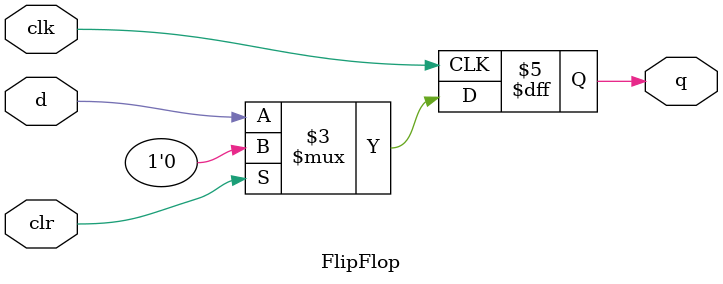
<source format=v>
`timescale 1ns / 1ps
module FlipFlop(q, clk, clr, d);
	input clk, clr, d;
	output reg q;

	always @(posedge clk)
		 if (clr) q <= 0;
		 else q <= d;

endmodule

</source>
